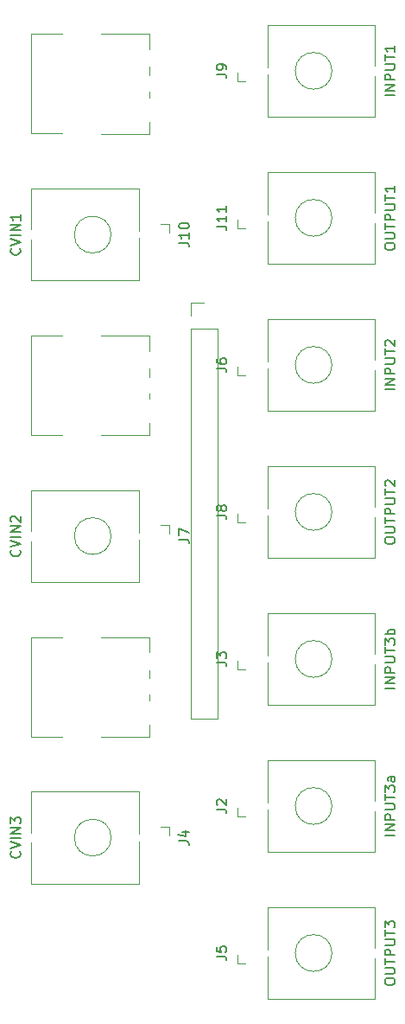
<source format=gbr>
%TF.GenerationSoftware,KiCad,Pcbnew,(6.0.0)*%
%TF.CreationDate,2022-10-17T09:45:53-04:00*%
%TF.ProjectId,ASVCA,41535643-412e-46b6-9963-61645f706362,rev?*%
%TF.SameCoordinates,Original*%
%TF.FileFunction,Legend,Top*%
%TF.FilePolarity,Positive*%
%FSLAX46Y46*%
G04 Gerber Fmt 4.6, Leading zero omitted, Abs format (unit mm)*
G04 Created by KiCad (PCBNEW (6.0.0)) date 2022-10-17 09:45:53*
%MOMM*%
%LPD*%
G01*
G04 APERTURE LIST*
%ADD10C,0.150000*%
%ADD11C,0.120000*%
G04 APERTURE END LIST*
D10*
%TO.C,J8*%
X121474380Y-75898333D02*
X122188666Y-75898333D01*
X122331523Y-75945952D01*
X122426761Y-76041190D01*
X122474380Y-76184047D01*
X122474380Y-76279285D01*
X121902952Y-75279285D02*
X121855333Y-75374523D01*
X121807714Y-75422142D01*
X121712476Y-75469761D01*
X121664857Y-75469761D01*
X121569619Y-75422142D01*
X121522000Y-75374523D01*
X121474380Y-75279285D01*
X121474380Y-75088809D01*
X121522000Y-74993571D01*
X121569619Y-74945952D01*
X121664857Y-74898333D01*
X121712476Y-74898333D01*
X121807714Y-74945952D01*
X121855333Y-74993571D01*
X121902952Y-75088809D01*
X121902952Y-75279285D01*
X121950571Y-75374523D01*
X121998190Y-75422142D01*
X122093428Y-75469761D01*
X122283904Y-75469761D01*
X122379142Y-75422142D01*
X122426761Y-75374523D01*
X122474380Y-75279285D01*
X122474380Y-75088809D01*
X122426761Y-74993571D01*
X122379142Y-74945952D01*
X122283904Y-74898333D01*
X122093428Y-74898333D01*
X121998190Y-74945952D01*
X121950571Y-74993571D01*
X121902952Y-75088809D01*
X137974380Y-78445952D02*
X137974380Y-78255476D01*
X138022000Y-78160238D01*
X138117238Y-78065000D01*
X138307714Y-78017380D01*
X138641047Y-78017380D01*
X138831523Y-78065000D01*
X138926761Y-78160238D01*
X138974380Y-78255476D01*
X138974380Y-78445952D01*
X138926761Y-78541190D01*
X138831523Y-78636428D01*
X138641047Y-78684047D01*
X138307714Y-78684047D01*
X138117238Y-78636428D01*
X138022000Y-78541190D01*
X137974380Y-78445952D01*
X137974380Y-77588809D02*
X138783904Y-77588809D01*
X138879142Y-77541190D01*
X138926761Y-77493571D01*
X138974380Y-77398333D01*
X138974380Y-77207857D01*
X138926761Y-77112619D01*
X138879142Y-77065000D01*
X138783904Y-77017380D01*
X137974380Y-77017380D01*
X137974380Y-76684047D02*
X137974380Y-76112619D01*
X138974380Y-76398333D02*
X137974380Y-76398333D01*
X138974380Y-75779285D02*
X137974380Y-75779285D01*
X137974380Y-75398333D01*
X138022000Y-75303095D01*
X138069619Y-75255476D01*
X138164857Y-75207857D01*
X138307714Y-75207857D01*
X138402952Y-75255476D01*
X138450571Y-75303095D01*
X138498190Y-75398333D01*
X138498190Y-75779285D01*
X137974380Y-74779285D02*
X138783904Y-74779285D01*
X138879142Y-74731666D01*
X138926761Y-74684047D01*
X138974380Y-74588809D01*
X138974380Y-74398333D01*
X138926761Y-74303095D01*
X138879142Y-74255476D01*
X138783904Y-74207857D01*
X137974380Y-74207857D01*
X137974380Y-73874523D02*
X137974380Y-73303095D01*
X138974380Y-73588809D02*
X137974380Y-73588809D01*
X138069619Y-73017380D02*
X138022000Y-72969761D01*
X137974380Y-72874523D01*
X137974380Y-72636428D01*
X138022000Y-72541190D01*
X138069619Y-72493571D01*
X138164857Y-72445952D01*
X138260095Y-72445952D01*
X138402952Y-72493571D01*
X138974380Y-73065000D01*
X138974380Y-72445952D01*
%TO.C,J2*%
X121474380Y-104685033D02*
X122188666Y-104685033D01*
X122331523Y-104732652D01*
X122426761Y-104827890D01*
X122474380Y-104970747D01*
X122474380Y-105065985D01*
X121569619Y-104256461D02*
X121522000Y-104208842D01*
X121474380Y-104113604D01*
X121474380Y-103875509D01*
X121522000Y-103780271D01*
X121569619Y-103732652D01*
X121664857Y-103685033D01*
X121760095Y-103685033D01*
X121902952Y-103732652D01*
X122474380Y-104304080D01*
X122474380Y-103685033D01*
X138974380Y-107208842D02*
X137974380Y-107208842D01*
X138974380Y-106732652D02*
X137974380Y-106732652D01*
X138974380Y-106161223D01*
X137974380Y-106161223D01*
X138974380Y-105685033D02*
X137974380Y-105685033D01*
X137974380Y-105304080D01*
X138022000Y-105208842D01*
X138069619Y-105161223D01*
X138164857Y-105113604D01*
X138307714Y-105113604D01*
X138402952Y-105161223D01*
X138450571Y-105208842D01*
X138498190Y-105304080D01*
X138498190Y-105685033D01*
X137974380Y-104685033D02*
X138783904Y-104685033D01*
X138879142Y-104637414D01*
X138926761Y-104589795D01*
X138974380Y-104494557D01*
X138974380Y-104304080D01*
X138926761Y-104208842D01*
X138879142Y-104161223D01*
X138783904Y-104113604D01*
X137974380Y-104113604D01*
X137974380Y-103780271D02*
X137974380Y-103208842D01*
X138974380Y-103494557D02*
X137974380Y-103494557D01*
X137974380Y-102970747D02*
X137974380Y-102351700D01*
X138355333Y-102685033D01*
X138355333Y-102542176D01*
X138402952Y-102446938D01*
X138450571Y-102399319D01*
X138545809Y-102351700D01*
X138783904Y-102351700D01*
X138879142Y-102399319D01*
X138926761Y-102446938D01*
X138974380Y-102542176D01*
X138974380Y-102827890D01*
X138926761Y-102923128D01*
X138879142Y-102970747D01*
X138974380Y-101494557D02*
X138450571Y-101494557D01*
X138355333Y-101542176D01*
X138307714Y-101637414D01*
X138307714Y-101827890D01*
X138355333Y-101923128D01*
X138926761Y-101494557D02*
X138974380Y-101589795D01*
X138974380Y-101827890D01*
X138926761Y-101923128D01*
X138831523Y-101970747D01*
X138736285Y-101970747D01*
X138641047Y-101923128D01*
X138593428Y-101827890D01*
X138593428Y-101589795D01*
X138545809Y-101494557D01*
%TO.C,J10*%
X117776380Y-49221923D02*
X118490666Y-49221923D01*
X118633523Y-49269542D01*
X118728761Y-49364780D01*
X118776380Y-49507638D01*
X118776380Y-49602876D01*
X118776380Y-48221923D02*
X118776380Y-48793352D01*
X118776380Y-48507638D02*
X117776380Y-48507638D01*
X117919238Y-48602876D01*
X118014476Y-48698114D01*
X118062095Y-48793352D01*
X117776380Y-47602876D02*
X117776380Y-47507638D01*
X117824000Y-47412400D01*
X117871619Y-47364780D01*
X117966857Y-47317161D01*
X118157333Y-47269542D01*
X118395428Y-47269542D01*
X118585904Y-47317161D01*
X118681142Y-47364780D01*
X118728761Y-47412400D01*
X118776380Y-47507638D01*
X118776380Y-47602876D01*
X118728761Y-47698114D01*
X118681142Y-47745733D01*
X118585904Y-47793352D01*
X118395428Y-47840971D01*
X118157333Y-47840971D01*
X117966857Y-47793352D01*
X117871619Y-47745733D01*
X117824000Y-47698114D01*
X117776380Y-47602876D01*
X102181142Y-49769542D02*
X102228761Y-49817161D01*
X102276380Y-49960019D01*
X102276380Y-50055257D01*
X102228761Y-50198114D01*
X102133523Y-50293352D01*
X102038285Y-50340971D01*
X101847809Y-50388590D01*
X101704952Y-50388590D01*
X101514476Y-50340971D01*
X101419238Y-50293352D01*
X101324000Y-50198114D01*
X101276380Y-50055257D01*
X101276380Y-49960019D01*
X101324000Y-49817161D01*
X101371619Y-49769542D01*
X101276380Y-49483828D02*
X102276380Y-49150495D01*
X101276380Y-48817161D01*
X102276380Y-48483828D02*
X101276380Y-48483828D01*
X102276380Y-48007638D02*
X101276380Y-48007638D01*
X102276380Y-47436209D01*
X101276380Y-47436209D01*
X102276380Y-46436209D02*
X102276380Y-47007638D01*
X102276380Y-46721923D02*
X101276380Y-46721923D01*
X101419238Y-46817161D01*
X101514476Y-46912400D01*
X101562095Y-47007638D01*
%TO.C,J11*%
X121474380Y-47587823D02*
X122188666Y-47587823D01*
X122331523Y-47635442D01*
X122426761Y-47730680D01*
X122474380Y-47873538D01*
X122474380Y-47968776D01*
X122474380Y-46587823D02*
X122474380Y-47159252D01*
X122474380Y-46873538D02*
X121474380Y-46873538D01*
X121617238Y-46968776D01*
X121712476Y-47064014D01*
X121760095Y-47159252D01*
X122474380Y-45635442D02*
X122474380Y-46206871D01*
X122474380Y-45921157D02*
X121474380Y-45921157D01*
X121617238Y-46016395D01*
X121712476Y-46111633D01*
X121760095Y-46206871D01*
X137974380Y-49659252D02*
X137974380Y-49468776D01*
X138022000Y-49373538D01*
X138117238Y-49278300D01*
X138307714Y-49230680D01*
X138641047Y-49230680D01*
X138831523Y-49278300D01*
X138926761Y-49373538D01*
X138974380Y-49468776D01*
X138974380Y-49659252D01*
X138926761Y-49754490D01*
X138831523Y-49849728D01*
X138641047Y-49897347D01*
X138307714Y-49897347D01*
X138117238Y-49849728D01*
X138022000Y-49754490D01*
X137974380Y-49659252D01*
X137974380Y-48802109D02*
X138783904Y-48802109D01*
X138879142Y-48754490D01*
X138926761Y-48706871D01*
X138974380Y-48611633D01*
X138974380Y-48421157D01*
X138926761Y-48325919D01*
X138879142Y-48278300D01*
X138783904Y-48230680D01*
X137974380Y-48230680D01*
X137974380Y-47897347D02*
X137974380Y-47325919D01*
X138974380Y-47611633D02*
X137974380Y-47611633D01*
X138974380Y-46992585D02*
X137974380Y-46992585D01*
X137974380Y-46611633D01*
X138022000Y-46516395D01*
X138069619Y-46468776D01*
X138164857Y-46421157D01*
X138307714Y-46421157D01*
X138402952Y-46468776D01*
X138450571Y-46516395D01*
X138498190Y-46611633D01*
X138498190Y-46992585D01*
X137974380Y-45992585D02*
X138783904Y-45992585D01*
X138879142Y-45944966D01*
X138926761Y-45897347D01*
X138974380Y-45802109D01*
X138974380Y-45611633D01*
X138926761Y-45516395D01*
X138879142Y-45468776D01*
X138783904Y-45421157D01*
X137974380Y-45421157D01*
X137974380Y-45087823D02*
X137974380Y-44516395D01*
X138974380Y-44802109D02*
X137974380Y-44802109D01*
X138974380Y-43659252D02*
X138974380Y-44230680D01*
X138974380Y-43944966D02*
X137974380Y-43944966D01*
X138117238Y-44040204D01*
X138212476Y-44135442D01*
X138260095Y-44230680D01*
%TO.C,J9*%
X121474380Y-32718333D02*
X122188666Y-32718333D01*
X122331523Y-32765952D01*
X122426761Y-32861190D01*
X122474380Y-33004047D01*
X122474380Y-33099285D01*
X122474380Y-32194523D02*
X122474380Y-32004047D01*
X122426761Y-31908809D01*
X122379142Y-31861190D01*
X122236285Y-31765952D01*
X122045809Y-31718333D01*
X121664857Y-31718333D01*
X121569619Y-31765952D01*
X121522000Y-31813571D01*
X121474380Y-31908809D01*
X121474380Y-32099285D01*
X121522000Y-32194523D01*
X121569619Y-32242142D01*
X121664857Y-32289761D01*
X121902952Y-32289761D01*
X121998190Y-32242142D01*
X122045809Y-32194523D01*
X122093428Y-32099285D01*
X122093428Y-31908809D01*
X122045809Y-31813571D01*
X121998190Y-31765952D01*
X121902952Y-31718333D01*
X138974380Y-34789761D02*
X137974380Y-34789761D01*
X138974380Y-34313571D02*
X137974380Y-34313571D01*
X138974380Y-33742142D01*
X137974380Y-33742142D01*
X138974380Y-33265952D02*
X137974380Y-33265952D01*
X137974380Y-32885000D01*
X138022000Y-32789761D01*
X138069619Y-32742142D01*
X138164857Y-32694523D01*
X138307714Y-32694523D01*
X138402952Y-32742142D01*
X138450571Y-32789761D01*
X138498190Y-32885000D01*
X138498190Y-33265952D01*
X137974380Y-32265952D02*
X138783904Y-32265952D01*
X138879142Y-32218333D01*
X138926761Y-32170714D01*
X138974380Y-32075476D01*
X138974380Y-31885000D01*
X138926761Y-31789761D01*
X138879142Y-31742142D01*
X138783904Y-31694523D01*
X137974380Y-31694523D01*
X137974380Y-31361190D02*
X137974380Y-30789761D01*
X138974380Y-31075476D02*
X137974380Y-31075476D01*
X138974380Y-29932619D02*
X138974380Y-30504047D01*
X138974380Y-30218333D02*
X137974380Y-30218333D01*
X138117238Y-30313571D01*
X138212476Y-30408809D01*
X138260095Y-30504047D01*
%TO.C,J3*%
X121474380Y-90291633D02*
X122188666Y-90291633D01*
X122331523Y-90339252D01*
X122426761Y-90434490D01*
X122474380Y-90577347D01*
X122474380Y-90672585D01*
X121474380Y-89910680D02*
X121474380Y-89291633D01*
X121855333Y-89624966D01*
X121855333Y-89482109D01*
X121902952Y-89386871D01*
X121950571Y-89339252D01*
X122045809Y-89291633D01*
X122283904Y-89291633D01*
X122379142Y-89339252D01*
X122426761Y-89386871D01*
X122474380Y-89482109D01*
X122474380Y-89767823D01*
X122426761Y-89863061D01*
X122379142Y-89910680D01*
X138974380Y-92815442D02*
X137974380Y-92815442D01*
X138974380Y-92339252D02*
X137974380Y-92339252D01*
X138974380Y-91767823D01*
X137974380Y-91767823D01*
X138974380Y-91291633D02*
X137974380Y-91291633D01*
X137974380Y-90910680D01*
X138022000Y-90815442D01*
X138069619Y-90767823D01*
X138164857Y-90720204D01*
X138307714Y-90720204D01*
X138402952Y-90767823D01*
X138450571Y-90815442D01*
X138498190Y-90910680D01*
X138498190Y-91291633D01*
X137974380Y-90291633D02*
X138783904Y-90291633D01*
X138879142Y-90244014D01*
X138926761Y-90196395D01*
X138974380Y-90101157D01*
X138974380Y-89910680D01*
X138926761Y-89815442D01*
X138879142Y-89767823D01*
X138783904Y-89720204D01*
X137974380Y-89720204D01*
X137974380Y-89386871D02*
X137974380Y-88815442D01*
X138974380Y-89101157D02*
X137974380Y-89101157D01*
X137974380Y-88577347D02*
X137974380Y-87958300D01*
X138355333Y-88291633D01*
X138355333Y-88148776D01*
X138402952Y-88053538D01*
X138450571Y-88005919D01*
X138545809Y-87958300D01*
X138783904Y-87958300D01*
X138879142Y-88005919D01*
X138926761Y-88053538D01*
X138974380Y-88148776D01*
X138974380Y-88434490D01*
X138926761Y-88529728D01*
X138879142Y-88577347D01*
X138974380Y-87529728D02*
X137974380Y-87529728D01*
X138355333Y-87529728D02*
X138307714Y-87434490D01*
X138307714Y-87244014D01*
X138355333Y-87148776D01*
X138402952Y-87101157D01*
X138498190Y-87053538D01*
X138783904Y-87053538D01*
X138879142Y-87101157D01*
X138926761Y-87148776D01*
X138974380Y-87244014D01*
X138974380Y-87434490D01*
X138926761Y-87529728D01*
%TO.C,J7*%
X117776380Y-78260533D02*
X118490666Y-78260533D01*
X118633523Y-78308152D01*
X118728761Y-78403390D01*
X118776380Y-78546247D01*
X118776380Y-78641485D01*
X117776380Y-77879580D02*
X117776380Y-77212914D01*
X118776380Y-77641485D01*
X102181142Y-79284342D02*
X102228761Y-79331961D01*
X102276380Y-79474819D01*
X102276380Y-79570057D01*
X102228761Y-79712914D01*
X102133523Y-79808152D01*
X102038285Y-79855771D01*
X101847809Y-79903390D01*
X101704952Y-79903390D01*
X101514476Y-79855771D01*
X101419238Y-79808152D01*
X101324000Y-79712914D01*
X101276380Y-79570057D01*
X101276380Y-79474819D01*
X101324000Y-79331961D01*
X101371619Y-79284342D01*
X101276380Y-78998628D02*
X102276380Y-78665295D01*
X101276380Y-78331961D01*
X102276380Y-77998628D02*
X101276380Y-77998628D01*
X102276380Y-77522438D02*
X101276380Y-77522438D01*
X102276380Y-76951009D01*
X101276380Y-76951009D01*
X101371619Y-76522438D02*
X101324000Y-76474819D01*
X101276380Y-76379580D01*
X101276380Y-76141485D01*
X101324000Y-76046247D01*
X101371619Y-75998628D01*
X101466857Y-75951009D01*
X101562095Y-75951009D01*
X101704952Y-75998628D01*
X102276380Y-76570057D01*
X102276380Y-75951009D01*
%TO.C,J6*%
X121474380Y-61505033D02*
X122188666Y-61505033D01*
X122331523Y-61552652D01*
X122426761Y-61647890D01*
X122474380Y-61790747D01*
X122474380Y-61885985D01*
X121474380Y-60600271D02*
X121474380Y-60790747D01*
X121522000Y-60885985D01*
X121569619Y-60933604D01*
X121712476Y-61028842D01*
X121902952Y-61076461D01*
X122283904Y-61076461D01*
X122379142Y-61028842D01*
X122426761Y-60981223D01*
X122474380Y-60885985D01*
X122474380Y-60695509D01*
X122426761Y-60600271D01*
X122379142Y-60552652D01*
X122283904Y-60505033D01*
X122045809Y-60505033D01*
X121950571Y-60552652D01*
X121902952Y-60600271D01*
X121855333Y-60695509D01*
X121855333Y-60885985D01*
X121902952Y-60981223D01*
X121950571Y-61028842D01*
X122045809Y-61076461D01*
X138974380Y-63576461D02*
X137974380Y-63576461D01*
X138974380Y-63100271D02*
X137974380Y-63100271D01*
X138974380Y-62528842D01*
X137974380Y-62528842D01*
X138974380Y-62052652D02*
X137974380Y-62052652D01*
X137974380Y-61671700D01*
X138022000Y-61576461D01*
X138069619Y-61528842D01*
X138164857Y-61481223D01*
X138307714Y-61481223D01*
X138402952Y-61528842D01*
X138450571Y-61576461D01*
X138498190Y-61671700D01*
X138498190Y-62052652D01*
X137974380Y-61052652D02*
X138783904Y-61052652D01*
X138879142Y-61005033D01*
X138926761Y-60957414D01*
X138974380Y-60862176D01*
X138974380Y-60671700D01*
X138926761Y-60576461D01*
X138879142Y-60528842D01*
X138783904Y-60481223D01*
X137974380Y-60481223D01*
X137974380Y-60147890D02*
X137974380Y-59576461D01*
X138974380Y-59862176D02*
X137974380Y-59862176D01*
X138069619Y-59290747D02*
X138022000Y-59243128D01*
X137974380Y-59147890D01*
X137974380Y-58909795D01*
X138022000Y-58814557D01*
X138069619Y-58766938D01*
X138164857Y-58719319D01*
X138260095Y-58719319D01*
X138402952Y-58766938D01*
X138974380Y-59338366D01*
X138974380Y-58719319D01*
%TO.C,J4*%
X117776380Y-107775333D02*
X118490666Y-107775333D01*
X118633523Y-107822952D01*
X118728761Y-107918190D01*
X118776380Y-108061047D01*
X118776380Y-108156285D01*
X118109714Y-106870571D02*
X118776380Y-106870571D01*
X117728761Y-107108666D02*
X118443047Y-107346761D01*
X118443047Y-106727714D01*
X102181142Y-108799142D02*
X102228761Y-108846761D01*
X102276380Y-108989619D01*
X102276380Y-109084857D01*
X102228761Y-109227714D01*
X102133523Y-109322952D01*
X102038285Y-109370571D01*
X101847809Y-109418190D01*
X101704952Y-109418190D01*
X101514476Y-109370571D01*
X101419238Y-109322952D01*
X101324000Y-109227714D01*
X101276380Y-109084857D01*
X101276380Y-108989619D01*
X101324000Y-108846761D01*
X101371619Y-108799142D01*
X101276380Y-108513428D02*
X102276380Y-108180095D01*
X101276380Y-107846761D01*
X102276380Y-107513428D02*
X101276380Y-107513428D01*
X102276380Y-107037238D02*
X101276380Y-107037238D01*
X102276380Y-106465809D01*
X101276380Y-106465809D01*
X101276380Y-106084857D02*
X101276380Y-105465809D01*
X101657333Y-105799142D01*
X101657333Y-105656285D01*
X101704952Y-105561047D01*
X101752571Y-105513428D01*
X101847809Y-105465809D01*
X102085904Y-105465809D01*
X102181142Y-105513428D01*
X102228761Y-105561047D01*
X102276380Y-105656285D01*
X102276380Y-105942000D01*
X102228761Y-106037238D01*
X102181142Y-106084857D01*
%TO.C,J5*%
X121474380Y-119078333D02*
X122188666Y-119078333D01*
X122331523Y-119125952D01*
X122426761Y-119221190D01*
X122474380Y-119364047D01*
X122474380Y-119459285D01*
X121474380Y-118125952D02*
X121474380Y-118602142D01*
X121950571Y-118649761D01*
X121902952Y-118602142D01*
X121855333Y-118506904D01*
X121855333Y-118268809D01*
X121902952Y-118173571D01*
X121950571Y-118125952D01*
X122045809Y-118078333D01*
X122283904Y-118078333D01*
X122379142Y-118125952D01*
X122426761Y-118173571D01*
X122474380Y-118268809D01*
X122474380Y-118506904D01*
X122426761Y-118602142D01*
X122379142Y-118649761D01*
X137974380Y-121625952D02*
X137974380Y-121435476D01*
X138022000Y-121340238D01*
X138117238Y-121245000D01*
X138307714Y-121197380D01*
X138641047Y-121197380D01*
X138831523Y-121245000D01*
X138926761Y-121340238D01*
X138974380Y-121435476D01*
X138974380Y-121625952D01*
X138926761Y-121721190D01*
X138831523Y-121816428D01*
X138641047Y-121864047D01*
X138307714Y-121864047D01*
X138117238Y-121816428D01*
X138022000Y-121721190D01*
X137974380Y-121625952D01*
X137974380Y-120768809D02*
X138783904Y-120768809D01*
X138879142Y-120721190D01*
X138926761Y-120673571D01*
X138974380Y-120578333D01*
X138974380Y-120387857D01*
X138926761Y-120292619D01*
X138879142Y-120245000D01*
X138783904Y-120197380D01*
X137974380Y-120197380D01*
X137974380Y-119864047D02*
X137974380Y-119292619D01*
X138974380Y-119578333D02*
X137974380Y-119578333D01*
X138974380Y-118959285D02*
X137974380Y-118959285D01*
X137974380Y-118578333D01*
X138022000Y-118483095D01*
X138069619Y-118435476D01*
X138164857Y-118387857D01*
X138307714Y-118387857D01*
X138402952Y-118435476D01*
X138450571Y-118483095D01*
X138498190Y-118578333D01*
X138498190Y-118959285D01*
X137974380Y-117959285D02*
X138783904Y-117959285D01*
X138879142Y-117911666D01*
X138926761Y-117864047D01*
X138974380Y-117768809D01*
X138974380Y-117578333D01*
X138926761Y-117483095D01*
X138879142Y-117435476D01*
X138783904Y-117387857D01*
X137974380Y-117387857D01*
X137974380Y-117054523D02*
X137974380Y-116483095D01*
X138974380Y-116768809D02*
X137974380Y-116768809D01*
X137974380Y-116245000D02*
X137974380Y-115625952D01*
X138355333Y-115959285D01*
X138355333Y-115816428D01*
X138402952Y-115721190D01*
X138450571Y-115673571D01*
X138545809Y-115625952D01*
X138783904Y-115625952D01*
X138879142Y-115673571D01*
X138926761Y-115721190D01*
X138974380Y-115816428D01*
X138974380Y-116102142D01*
X138926761Y-116197380D01*
X138879142Y-116245000D01*
D11*
%TO.C,RV3*%
X103299000Y-87814600D02*
X103299000Y-97554600D01*
X106359000Y-87814600D02*
X103299000Y-87814600D01*
X114889000Y-87814600D02*
X110169000Y-87814600D01*
X114889000Y-91024600D02*
X114889000Y-91854600D01*
X114889000Y-87814600D02*
X114889000Y-89304600D01*
X114889000Y-93474600D02*
X114889000Y-94004600D01*
X106359000Y-97554600D02*
X103299000Y-97554600D01*
X114889000Y-97564600D02*
X110169000Y-97564600D01*
X114889000Y-96374600D02*
X114889000Y-97554600D01*
%TO.C,J8*%
X137002000Y-76065000D02*
X137002000Y-80065000D01*
X126502000Y-71065000D02*
X126502000Y-75215000D01*
X137002000Y-71065000D02*
X137002000Y-75065000D01*
X123522000Y-76625000D02*
X124322000Y-76625000D01*
X126502000Y-75915000D02*
X126502000Y-80065000D01*
X126502000Y-71065000D02*
X137002000Y-71065000D01*
X126502000Y-80065000D02*
X137002000Y-80065000D01*
X123522000Y-76625000D02*
X123522000Y-75765000D01*
X132802000Y-75565000D02*
G75*
G03*
X132802000Y-75565000I-1800000J0D01*
G01*
%TO.C,J2*%
X126502000Y-104701700D02*
X126502000Y-108851700D01*
X123522000Y-105411700D02*
X123522000Y-104551700D01*
X137002000Y-99851700D02*
X137002000Y-103851700D01*
X126502000Y-99851700D02*
X126502000Y-104001700D01*
X126502000Y-108851700D02*
X137002000Y-108851700D01*
X123522000Y-105411700D02*
X124322000Y-105411700D01*
X137002000Y-104851700D02*
X137002000Y-108851700D01*
X126502000Y-99851700D02*
X137002000Y-99851700D01*
X132802000Y-104351700D02*
G75*
G03*
X132802000Y-104351700I-1800000J0D01*
G01*
%TO.C,J10*%
X113844000Y-52912400D02*
X113844000Y-48762400D01*
X103344000Y-47912400D02*
X103344000Y-43912400D01*
X103344000Y-52912400D02*
X103344000Y-48912400D01*
X116824000Y-47352400D02*
X116824000Y-48212400D01*
X113844000Y-48062400D02*
X113844000Y-43912400D01*
X113844000Y-52912400D02*
X103344000Y-52912400D01*
X116824000Y-47352400D02*
X116024000Y-47352400D01*
X113844000Y-43912400D02*
X103344000Y-43912400D01*
X111144000Y-48412400D02*
G75*
G03*
X111144000Y-48412400I-1800000J0D01*
G01*
%TO.C,J11*%
X137002000Y-42278300D02*
X137002000Y-46278300D01*
X123522000Y-47838300D02*
X123522000Y-46978300D01*
X126502000Y-51278300D02*
X137002000Y-51278300D01*
X137002000Y-47278300D02*
X137002000Y-51278300D01*
X126502000Y-47128300D02*
X126502000Y-51278300D01*
X123522000Y-47838300D02*
X124322000Y-47838300D01*
X126502000Y-42278300D02*
X126502000Y-46428300D01*
X126502000Y-42278300D02*
X137002000Y-42278300D01*
X132802000Y-46778300D02*
G75*
G03*
X132802000Y-46778300I-1800000J0D01*
G01*
%TO.C,J9*%
X126502000Y-27885000D02*
X126502000Y-32035000D01*
X123522000Y-33445000D02*
X123522000Y-32585000D01*
X126502000Y-36885000D02*
X137002000Y-36885000D01*
X137002000Y-27885000D02*
X137002000Y-31885000D01*
X126502000Y-32735000D02*
X126502000Y-36885000D01*
X123522000Y-33445000D02*
X124322000Y-33445000D01*
X137002000Y-32885000D02*
X137002000Y-36885000D01*
X126502000Y-27885000D02*
X137002000Y-27885000D01*
X132802000Y-32385000D02*
G75*
G03*
X132802000Y-32385000I-1800000J0D01*
G01*
%TO.C,J3*%
X123522000Y-91018300D02*
X124322000Y-91018300D01*
X126502000Y-85458300D02*
X126502000Y-89608300D01*
X137002000Y-85458300D02*
X137002000Y-89458300D01*
X137002000Y-90458300D02*
X137002000Y-94458300D01*
X126502000Y-90308300D02*
X126502000Y-94458300D01*
X126502000Y-94458300D02*
X137002000Y-94458300D01*
X126502000Y-85458300D02*
X137002000Y-85458300D01*
X123522000Y-91018300D02*
X123522000Y-90158300D01*
X132802000Y-89958300D02*
G75*
G03*
X132802000Y-89958300I-1800000J0D01*
G01*
%TO.C,J7*%
X103344000Y-77427200D02*
X103344000Y-73427200D01*
X103344000Y-82427200D02*
X103344000Y-78427200D01*
X116824000Y-76867200D02*
X116824000Y-77727200D01*
X113844000Y-77577200D02*
X113844000Y-73427200D01*
X113844000Y-82427200D02*
X113844000Y-78277200D01*
X116824000Y-76867200D02*
X116024000Y-76867200D01*
X113844000Y-82427200D02*
X103344000Y-82427200D01*
X113844000Y-73427200D02*
X103344000Y-73427200D01*
X111144000Y-77927200D02*
G75*
G03*
X111144000Y-77927200I-1800000J0D01*
G01*
%TO.C,J6*%
X126502000Y-56671700D02*
X137002000Y-56671700D01*
X126502000Y-61521700D02*
X126502000Y-65671700D01*
X126502000Y-65671700D02*
X137002000Y-65671700D01*
X137002000Y-61671700D02*
X137002000Y-65671700D01*
X123522000Y-62231700D02*
X123522000Y-61371700D01*
X123522000Y-62231700D02*
X124322000Y-62231700D01*
X137002000Y-56671700D02*
X137002000Y-60671700D01*
X126502000Y-56671700D02*
X126502000Y-60821700D01*
X132802000Y-61171700D02*
G75*
G03*
X132802000Y-61171700I-1800000J0D01*
G01*
%TO.C,J4*%
X113844000Y-102942000D02*
X103344000Y-102942000D01*
X113844000Y-111942000D02*
X103344000Y-111942000D01*
X116824000Y-106382000D02*
X116824000Y-107242000D01*
X103344000Y-111942000D02*
X103344000Y-107942000D01*
X113844000Y-111942000D02*
X113844000Y-107792000D01*
X116824000Y-106382000D02*
X116024000Y-106382000D01*
X113844000Y-107092000D02*
X113844000Y-102942000D01*
X103344000Y-106942000D02*
X103344000Y-102942000D01*
X111144000Y-107442000D02*
G75*
G03*
X111144000Y-107442000I-1800000J0D01*
G01*
%TO.C,J5*%
X126502000Y-114245000D02*
X126502000Y-118395000D01*
X123522000Y-119805000D02*
X123522000Y-118945000D01*
X137002000Y-119245000D02*
X137002000Y-123245000D01*
X123522000Y-119805000D02*
X124322000Y-119805000D01*
X126502000Y-123245000D02*
X137002000Y-123245000D01*
X137002000Y-114245000D02*
X137002000Y-118245000D01*
X126502000Y-114245000D02*
X137002000Y-114245000D01*
X126502000Y-119095000D02*
X126502000Y-123245000D01*
X132802000Y-118745000D02*
G75*
G03*
X132802000Y-118745000I-1800000J0D01*
G01*
%TO.C,RV2*%
X114889000Y-58299800D02*
X110169000Y-58299800D01*
X114889000Y-66859800D02*
X114889000Y-68039800D01*
X114889000Y-58299800D02*
X114889000Y-59789800D01*
X114889000Y-63959800D02*
X114889000Y-64489800D01*
X103299000Y-58299800D02*
X103299000Y-68039800D01*
X114889000Y-61509800D02*
X114889000Y-62339800D01*
X106359000Y-68039800D02*
X103299000Y-68039800D01*
X114889000Y-68049800D02*
X110169000Y-68049800D01*
X106359000Y-58299800D02*
X103299000Y-58299800D01*
%TO.C,J13*%
X118939000Y-57658000D02*
X121599000Y-57658000D01*
X118939000Y-57658000D02*
X118939000Y-95818000D01*
X118939000Y-95818000D02*
X121599000Y-95818000D01*
X121599000Y-57658000D02*
X121599000Y-95818000D01*
X118939000Y-55058000D02*
X120269000Y-55058000D01*
X118939000Y-56388000D02*
X118939000Y-55058000D01*
%TO.C,RV1*%
X103299000Y-28785000D02*
X103299000Y-38525000D01*
X114889000Y-31995000D02*
X114889000Y-32825000D01*
X106359000Y-38525000D02*
X103299000Y-38525000D01*
X114889000Y-34445000D02*
X114889000Y-34975000D01*
X114889000Y-28785000D02*
X114889000Y-30275000D01*
X114889000Y-28785000D02*
X110169000Y-28785000D01*
X114889000Y-38535000D02*
X110169000Y-38535000D01*
X114889000Y-37345000D02*
X114889000Y-38525000D01*
X106359000Y-28785000D02*
X103299000Y-28785000D01*
%TD*%
M02*

</source>
